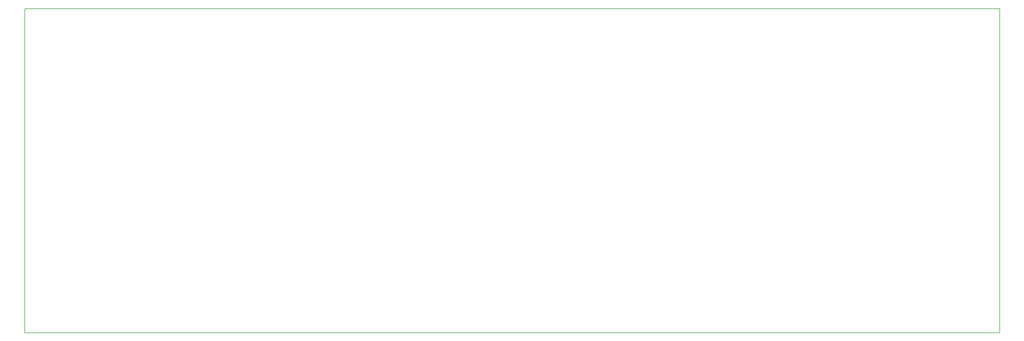
<source format=gbr>
G04 #@! TF.GenerationSoftware,KiCad,Pcbnew,(5.1.4)-1*
G04 #@! TF.CreationDate,2020-10-13T06:17:53+02:00*
G04 #@! TF.ProjectId,BreadBoard PCB 830,42726561-6442-46f6-9172-642050434220,rev?*
G04 #@! TF.SameCoordinates,Original*
G04 #@! TF.FileFunction,Profile,NP*
%FSLAX46Y46*%
G04 Gerber Fmt 4.6, Leading zero omitted, Abs format (unit mm)*
G04 Created by KiCad (PCBNEW (5.1.4)-1) date 2020-10-13 06:17:53*
%MOMM*%
%LPD*%
G04 APERTURE LIST*
%ADD10C,0.050000*%
G04 APERTURE END LIST*
D10*
X49600000Y-135450000D02*
X214600000Y-135450000D01*
X214600000Y-80450000D02*
X214600000Y-135450000D01*
X49600000Y-80450000D02*
X49600000Y-135450000D01*
X49600000Y-80450000D02*
X214600000Y-80450000D01*
M02*

</source>
